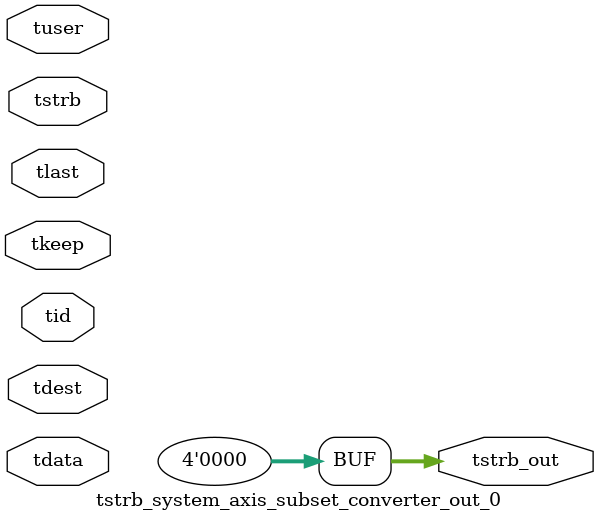
<source format=v>


`timescale 1ps/1ps

module tstrb_system_axis_subset_converter_out_0 #
(
parameter C_S_AXIS_TDATA_WIDTH = 32,
parameter C_S_AXIS_TUSER_WIDTH = 0,
parameter C_S_AXIS_TID_WIDTH   = 0,
parameter C_S_AXIS_TDEST_WIDTH = 0,
parameter C_M_AXIS_TDATA_WIDTH = 32
)
(
input  [(C_S_AXIS_TDATA_WIDTH == 0 ? 1 : C_S_AXIS_TDATA_WIDTH)-1:0     ] tdata,
input  [(C_S_AXIS_TUSER_WIDTH == 0 ? 1 : C_S_AXIS_TUSER_WIDTH)-1:0     ] tuser,
input  [(C_S_AXIS_TID_WIDTH   == 0 ? 1 : C_S_AXIS_TID_WIDTH)-1:0       ] tid,
input  [(C_S_AXIS_TDEST_WIDTH == 0 ? 1 : C_S_AXIS_TDEST_WIDTH)-1:0     ] tdest,
input  [(C_S_AXIS_TDATA_WIDTH/8)-1:0 ] tkeep,
input  [(C_S_AXIS_TDATA_WIDTH/8)-1:0 ] tstrb,
input                                                                    tlast,
output [(C_M_AXIS_TDATA_WIDTH/8)-1:0 ] tstrb_out
);

assign tstrb_out = {1'b0};

endmodule


</source>
